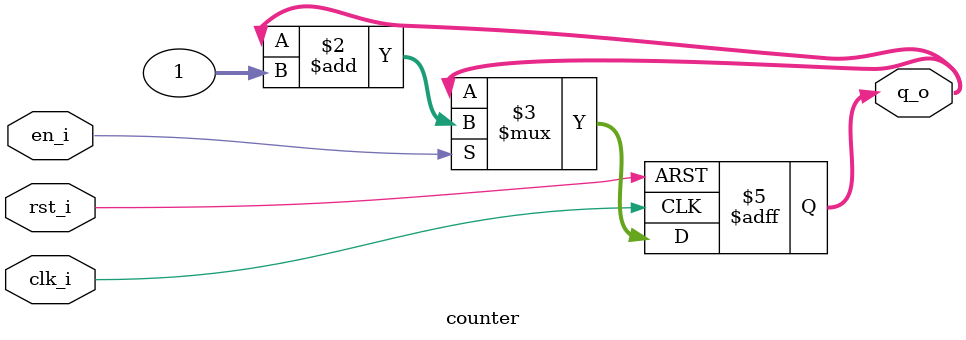
<source format=v>


module counter(
	input clk_i,
	input rst_i,
	input en_i,
	output reg [31:0] q_o
);
	always @(posedge clk_i or posedge rst_i) begin
		if (rst_i) begin
			q_o <= 0;
		end else if (en_i) begin
			q_o <= q_o + 32'd1;
		end
	end
endmodule
</source>
